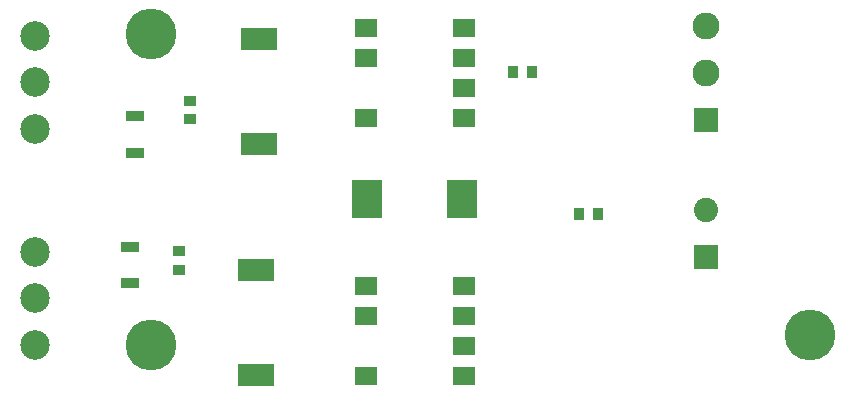
<source format=gbr>
%TF.GenerationSoftware,KiCad,Pcbnew,(6.0.2)*%
%TF.CreationDate,2022-03-05T20:41:57-07:00*%
%TF.ProjectId,H0001-Solenoid-Driver,48303030-312d-4536-9f6c-656e6f69642d,rev?*%
%TF.SameCoordinates,Original*%
%TF.FileFunction,Soldermask,Top*%
%TF.FilePolarity,Negative*%
%FSLAX46Y46*%
G04 Gerber Fmt 4.6, Leading zero omitted, Abs format (unit mm)*
G04 Created by KiCad (PCBNEW (6.0.2)) date 2022-03-05 20:41:57*
%MOMM*%
%LPD*%
G01*
G04 APERTURE LIST*
%ADD10R,3.048000X1.854200*%
%ADD11R,0.940000X1.020000*%
%ADD12R,2.050000X2.050000*%
%ADD13C,2.050000*%
%ADD14R,1.600000X0.855600*%
%ADD15C,2.500000*%
%ADD16C,4.300000*%
%ADD17R,1.900000X1.500000*%
%ADD18C,2.286000*%
%ADD19R,2.620000X3.200000*%
%ADD20R,1.020000X0.940000*%
G04 APERTURE END LIST*
D10*
%TO.C,RV2*%
X116586000Y-97900500D03*
X116586000Y-89043500D03*
%TD*%
D11*
%TO.C,R1*%
X139954000Y-72263000D03*
X138374000Y-72263000D03*
%TD*%
D12*
%TO.C,P1*%
X154689700Y-87900100D03*
D13*
X154689700Y-83940100D03*
%TD*%
D14*
%TO.C,C1*%
X106375200Y-79099401D03*
X106375200Y-76043799D03*
%TD*%
D15*
%TO.C,P4*%
X97915000Y-95400000D03*
X97915000Y-91440000D03*
X97915000Y-87480000D03*
%TD*%
%TO.C,P3*%
X97915000Y-77112000D03*
X97915000Y-73152000D03*
X97915000Y-69192000D03*
%TD*%
D16*
%TO.C,H3*%
X107696000Y-69088000D03*
%TD*%
D17*
%TO.C,K2*%
X134198000Y-98044000D03*
X134198000Y-95504000D03*
X134198000Y-92964000D03*
X134198000Y-90424000D03*
X125898000Y-90424000D03*
X125898000Y-92964000D03*
X125898000Y-98044000D03*
%TD*%
%TO.C,K1*%
X134198000Y-76200000D03*
X134198000Y-73660000D03*
X134198000Y-71120000D03*
X134198000Y-68580000D03*
X125898000Y-68580000D03*
X125898000Y-71120000D03*
X125898000Y-76200000D03*
%TD*%
D10*
%TO.C,RV1*%
X116840000Y-78342500D03*
X116840000Y-69485500D03*
%TD*%
D12*
%TO.C,P2*%
X154740500Y-76316500D03*
D18*
X154740500Y-72356500D03*
X154740500Y-68396500D03*
%TD*%
D19*
%TO.C,F1*%
X134095000Y-83058000D03*
X126001000Y-83058000D03*
%TD*%
D11*
%TO.C,R3*%
X145570000Y-84277200D03*
X143990000Y-84277200D03*
%TD*%
D20*
%TO.C,R4*%
X110109000Y-87475000D03*
X110109000Y-89055000D03*
%TD*%
D14*
%TO.C,C2*%
X105918000Y-87118199D03*
X105918000Y-90173801D03*
%TD*%
D16*
%TO.C,H1*%
X163525200Y-94538800D03*
%TD*%
D20*
%TO.C,R2*%
X110998000Y-74698800D03*
X110998000Y-76278800D03*
%TD*%
D16*
%TO.C,H2*%
X107696000Y-95377000D03*
%TD*%
M02*

</source>
